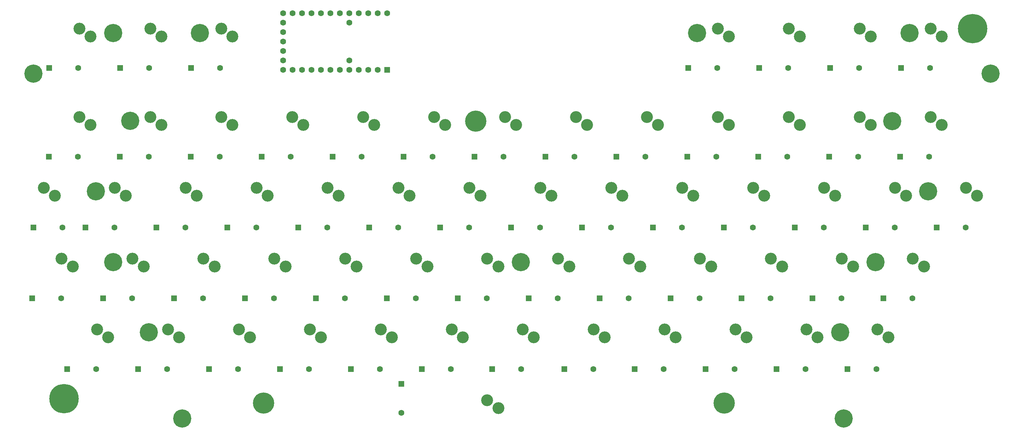
<source format=gts>
%TF.GenerationSoftware,KiCad,Pcbnew,5.1.9-1.fc33*%
%TF.CreationDate,2021-02-28T14:37:16-05:00*%
%TF.ProjectId,3m_whisper,336d5f77-6869-4737-9065-722e6b696361,rev?*%
%TF.SameCoordinates,Original*%
%TF.FileFunction,Soldermask,Top*%
%TF.FilePolarity,Negative*%
%FSLAX46Y46*%
G04 Gerber Fmt 4.6, Leading zero omitted, Abs format (unit mm)*
G04 Created by KiCad (PCBNEW 5.1.9-1.fc33) date 2021-02-28 14:37:16*
%MOMM*%
%LPD*%
G01*
G04 APERTURE LIST*
%ADD10C,4.900000*%
%ADD11C,5.700000*%
%ADD12C,7.900000*%
%ADD13C,1.600000*%
%ADD14R,1.600000X1.600000*%
%ADD15C,3.200000*%
G04 APERTURE END LIST*
D10*
%TO.C,REF\u002A\u002A*%
X329850500Y-165618500D03*
%TD*%
%TO.C,REF\u002A\u002A*%
X152150500Y-165618500D03*
%TD*%
%TO.C,REF\u002A\u002A*%
X328850500Y-142418500D03*
%TD*%
%TO.C,REF\u002A\u002A*%
X338350500Y-123518500D03*
%TD*%
%TO.C,REF\u002A\u002A*%
X133650500Y-123518500D03*
%TD*%
%TO.C,REF\u002A\u002A*%
X128950500Y-104518500D03*
%TD*%
%TO.C,REF\u002A\u002A*%
X143250500Y-142418500D03*
%TD*%
%TO.C,REF\u002A\u002A*%
X243150500Y-123518500D03*
%TD*%
%TO.C,REF\u002A\u002A*%
X352550500Y-104518500D03*
%TD*%
%TO.C,REF\u002A\u002A*%
X342850500Y-85618500D03*
%TD*%
%TO.C,REF\u002A\u002A*%
X138250500Y-85518500D03*
%TD*%
%TO.C,REF\u002A\u002A*%
X112250500Y-72818500D03*
%TD*%
%TO.C,REF\u002A\u002A*%
X369250500Y-72818500D03*
%TD*%
%TO.C,REF\u002A\u002A*%
X347550500Y-61918500D03*
%TD*%
%TO.C,REF\u002A\u002A*%
X290450500Y-61918500D03*
%TD*%
%TO.C,REF\u002A\u002A*%
X156950500Y-61918500D03*
%TD*%
%TO.C,REF\u002A\u002A*%
X133650500Y-61918500D03*
%TD*%
D11*
%TO.C,REF\u002A\u002A*%
X297750500Y-161518500D03*
%TD*%
%TO.C,REF\u002A\u002A*%
X231050500Y-85618500D03*
%TD*%
%TO.C,REF\u002A\u002A*%
X174050500Y-161518500D03*
%TD*%
D12*
%TO.C,REF\u002A\u002A*%
X364450500Y-60718500D03*
%TD*%
%TO.C,REF\u002A\u002A*%
X120450500Y-160318500D03*
%TD*%
D13*
%TO.C,D1*%
X124138500Y-95186500D03*
D14*
X116338500Y-95186500D03*
%TD*%
%TO.C,D2*%
X135388500Y-95186500D03*
D13*
X143188500Y-95186500D03*
%TD*%
%TO.C,D3*%
X162238500Y-95186500D03*
D14*
X154438500Y-95186500D03*
%TD*%
%TO.C,D4*%
X173488500Y-95186500D03*
D13*
X181288500Y-95186500D03*
%TD*%
%TO.C,D5*%
X200338500Y-95186500D03*
D14*
X192538500Y-95186500D03*
%TD*%
%TO.C,D6*%
X211588500Y-95186500D03*
D13*
X219388500Y-95186500D03*
%TD*%
%TO.C,D7*%
X238438500Y-95186500D03*
D14*
X230638500Y-95186500D03*
%TD*%
%TO.C,D8*%
X249688500Y-95186500D03*
D13*
X257488500Y-95186500D03*
%TD*%
%TO.C,D9*%
X276538500Y-95186500D03*
D14*
X268738500Y-95186500D03*
%TD*%
%TO.C,D10*%
X287788500Y-95186500D03*
D13*
X295588500Y-95186500D03*
%TD*%
%TO.C,D11*%
X314638500Y-95186500D03*
D14*
X306838500Y-95186500D03*
%TD*%
%TO.C,D12*%
X325888500Y-95186500D03*
D13*
X333688500Y-95186500D03*
%TD*%
%TO.C,D13*%
X352738500Y-95186500D03*
D14*
X344938500Y-95186500D03*
%TD*%
%TO.C,D14*%
X112204500Y-114236500D03*
D13*
X120004500Y-114236500D03*
%TD*%
D14*
%TO.C,D15*%
X126174500Y-114236500D03*
D13*
X133974500Y-114236500D03*
%TD*%
%TO.C,D16*%
X153024500Y-114236500D03*
D14*
X145224500Y-114236500D03*
%TD*%
%TO.C,D17*%
X164274500Y-114236500D03*
D13*
X172074500Y-114236500D03*
%TD*%
%TO.C,D18*%
X191124500Y-114236500D03*
D14*
X183324500Y-114236500D03*
%TD*%
%TO.C,D19*%
X202374500Y-114236500D03*
D13*
X210174500Y-114236500D03*
%TD*%
%TO.C,D20*%
X229224500Y-114236500D03*
D14*
X221424500Y-114236500D03*
%TD*%
%TO.C,D21*%
X240474500Y-114236500D03*
D13*
X248274500Y-114236500D03*
%TD*%
%TO.C,D22*%
X267324500Y-114236500D03*
D14*
X259524500Y-114236500D03*
%TD*%
%TO.C,D23*%
X278574500Y-114236500D03*
D13*
X286374500Y-114236500D03*
%TD*%
%TO.C,D24*%
X305424500Y-114236500D03*
D14*
X297624500Y-114236500D03*
%TD*%
%TO.C,D25*%
X316674500Y-114236500D03*
D13*
X324474500Y-114236500D03*
%TD*%
%TO.C,D26*%
X343524500Y-114236500D03*
D14*
X335724500Y-114236500D03*
%TD*%
%TO.C,D27*%
X111860500Y-133286500D03*
D13*
X119660500Y-133286500D03*
%TD*%
%TO.C,D28*%
X138710500Y-133286500D03*
D14*
X130910500Y-133286500D03*
%TD*%
%TO.C,D29*%
X149960500Y-133286500D03*
D13*
X157760500Y-133286500D03*
%TD*%
%TO.C,D30*%
X176810500Y-133286500D03*
D14*
X169010500Y-133286500D03*
%TD*%
D13*
%TO.C,D31*%
X195860500Y-133286500D03*
D14*
X188060500Y-133286500D03*
%TD*%
%TO.C,D32*%
X207110500Y-133286500D03*
D13*
X214910500Y-133286500D03*
%TD*%
D14*
%TO.C,D33*%
X226160500Y-133286500D03*
D13*
X233960500Y-133286500D03*
%TD*%
%TO.C,D34*%
X253010500Y-133286500D03*
D14*
X245210500Y-133286500D03*
%TD*%
%TO.C,D35*%
X264260500Y-133286500D03*
D13*
X272060500Y-133286500D03*
%TD*%
%TO.C,D36*%
X291110500Y-133286500D03*
D14*
X283310500Y-133286500D03*
%TD*%
%TO.C,D37*%
X302360500Y-133286500D03*
D13*
X310160500Y-133286500D03*
%TD*%
%TO.C,D38*%
X329210500Y-133286500D03*
D14*
X321410500Y-133286500D03*
%TD*%
%TO.C,D39*%
X340460500Y-133286500D03*
D13*
X348260500Y-133286500D03*
%TD*%
%TO.C,D40*%
X129058500Y-152336500D03*
D14*
X121258500Y-152336500D03*
%TD*%
%TO.C,D41*%
X140308500Y-152336500D03*
D13*
X148108500Y-152336500D03*
%TD*%
%TO.C,D42*%
X167158500Y-152336500D03*
D14*
X159358500Y-152336500D03*
%TD*%
%TO.C,D43*%
X178408500Y-152336500D03*
D13*
X186208500Y-152336500D03*
%TD*%
%TO.C,D44*%
X205258500Y-152336500D03*
D14*
X197458500Y-152336500D03*
%TD*%
D13*
%TO.C,D45*%
X224308500Y-152336500D03*
D14*
X216508500Y-152336500D03*
%TD*%
D13*
%TO.C,D46*%
X211010500Y-164110500D03*
D14*
X211010500Y-156310500D03*
%TD*%
%TO.C,D47*%
X235394500Y-152336500D03*
D13*
X243194500Y-152336500D03*
%TD*%
%TO.C,D48*%
X262572500Y-152336500D03*
D14*
X254772500Y-152336500D03*
%TD*%
%TO.C,D49*%
X273658500Y-152336500D03*
D13*
X281458500Y-152336500D03*
%TD*%
%TO.C,D50*%
X300508500Y-152336500D03*
D14*
X292708500Y-152336500D03*
%TD*%
%TO.C,D51*%
X311758500Y-152336500D03*
D13*
X319558500Y-152336500D03*
%TD*%
%TO.C,D52*%
X338608500Y-152336500D03*
D14*
X330808500Y-152336500D03*
%TD*%
%TO.C,D53*%
X116432500Y-71310500D03*
D13*
X124232500Y-71310500D03*
%TD*%
%TO.C,D54*%
X143282500Y-71310500D03*
D14*
X135482500Y-71310500D03*
%TD*%
%TO.C,D55*%
X154532500Y-71310500D03*
D13*
X162332500Y-71310500D03*
%TD*%
D14*
%TO.C,D56*%
X288042500Y-71310500D03*
D13*
X295842500Y-71310500D03*
%TD*%
%TO.C,D57*%
X314892500Y-71310500D03*
D14*
X307092500Y-71310500D03*
%TD*%
%TO.C,D58*%
X326142500Y-71310500D03*
D13*
X333942500Y-71310500D03*
%TD*%
%TO.C,D59*%
X352992500Y-71310500D03*
D14*
X345192500Y-71310500D03*
%TD*%
%TO.C,D60*%
X354774500Y-114236500D03*
D13*
X362574500Y-114236500D03*
%TD*%
D15*
%TO.C,K1*%
X124553500Y-84553000D03*
X127533500Y-86643000D03*
%TD*%
%TO.C,K2*%
X143603500Y-84553000D03*
X146583500Y-86643000D03*
%TD*%
%TO.C,K3*%
X165633500Y-86643000D03*
X162653500Y-84553000D03*
%TD*%
%TO.C,K4*%
X181703500Y-84553000D03*
X184683500Y-86643000D03*
%TD*%
%TO.C,K5*%
X200753500Y-84553000D03*
X203733500Y-86643000D03*
%TD*%
%TO.C,K6*%
X219803500Y-84553000D03*
X222783500Y-86643000D03*
%TD*%
%TO.C,K7*%
X241833500Y-86643000D03*
X238853500Y-84553000D03*
%TD*%
%TO.C,K8*%
X260883500Y-86643000D03*
X257903500Y-84553000D03*
%TD*%
%TO.C,K9*%
X279933500Y-86643000D03*
X276953500Y-84553000D03*
%TD*%
%TO.C,K10*%
X298983500Y-86643000D03*
X296003500Y-84553000D03*
%TD*%
%TO.C,K11*%
X318033500Y-86643000D03*
X315053500Y-84553000D03*
%TD*%
%TO.C,K12*%
X337083500Y-86643000D03*
X334103500Y-84553000D03*
%TD*%
%TO.C,K13*%
X356133500Y-86643000D03*
X353153500Y-84553000D03*
%TD*%
%TO.C,K14*%
X115028500Y-103603000D03*
X118008500Y-105693000D03*
%TD*%
%TO.C,K15*%
X134078500Y-103603000D03*
X137058500Y-105693000D03*
%TD*%
%TO.C,K16*%
X156108500Y-105693000D03*
X153128500Y-103603000D03*
%TD*%
%TO.C,K17*%
X175158500Y-105693000D03*
X172178500Y-103603000D03*
%TD*%
%TO.C,K18*%
X194208500Y-105693000D03*
X191228500Y-103603000D03*
%TD*%
%TO.C,K19*%
X210278500Y-103603000D03*
X213258500Y-105693000D03*
%TD*%
%TO.C,K20*%
X232308500Y-105693000D03*
X229328500Y-103603000D03*
%TD*%
%TO.C,K21*%
X251358500Y-105693000D03*
X248378500Y-103603000D03*
%TD*%
%TO.C,K22*%
X270408500Y-105693000D03*
X267428500Y-103603000D03*
%TD*%
%TO.C,K23*%
X286478500Y-103603000D03*
X289458500Y-105693000D03*
%TD*%
%TO.C,K24*%
X308508500Y-105693000D03*
X305528500Y-103603000D03*
%TD*%
%TO.C,K25*%
X324578500Y-103603000D03*
X327558500Y-105693000D03*
%TD*%
%TO.C,K26*%
X346608500Y-105693000D03*
X343628500Y-103603000D03*
%TD*%
%TO.C,K27*%
X122771000Y-124743000D03*
X119791000Y-122653000D03*
%TD*%
%TO.C,K28*%
X141821000Y-124743000D03*
X138841000Y-122653000D03*
%TD*%
%TO.C,K29*%
X157891000Y-122653000D03*
X160871000Y-124743000D03*
%TD*%
%TO.C,K30*%
X179921000Y-124743000D03*
X176941000Y-122653000D03*
%TD*%
%TO.C,K31*%
X195991000Y-122653000D03*
X198971000Y-124743000D03*
%TD*%
%TO.C,K32*%
X218021000Y-124743000D03*
X215041000Y-122653000D03*
%TD*%
%TO.C,K33*%
X234091000Y-122653000D03*
X237071000Y-124743000D03*
%TD*%
%TO.C,K34*%
X256121000Y-124743000D03*
X253141000Y-122653000D03*
%TD*%
%TO.C,K35*%
X272191000Y-122653000D03*
X275171000Y-124743000D03*
%TD*%
%TO.C,K36*%
X291241000Y-122653000D03*
X294221000Y-124743000D03*
%TD*%
%TO.C,K37*%
X313271000Y-124743000D03*
X310291000Y-122653000D03*
%TD*%
%TO.C,K38*%
X329341000Y-122653000D03*
X332321000Y-124743000D03*
%TD*%
%TO.C,K39*%
X348391000Y-122653000D03*
X351371000Y-124743000D03*
%TD*%
%TO.C,K40*%
X129316000Y-141703000D03*
X132296000Y-143793000D03*
%TD*%
%TO.C,K41*%
X151346000Y-143793000D03*
X148366000Y-141703000D03*
%TD*%
%TO.C,K42*%
X170396000Y-143793000D03*
X167416000Y-141703000D03*
%TD*%
%TO.C,K43*%
X186466000Y-141703000D03*
X189446000Y-143793000D03*
%TD*%
%TO.C,K44*%
X208496000Y-143793000D03*
X205516000Y-141703000D03*
%TD*%
%TO.C,K45*%
X224566000Y-141703000D03*
X227546000Y-143793000D03*
%TD*%
%TO.C,K46*%
X234091000Y-160753000D03*
X237071000Y-162843000D03*
%TD*%
%TO.C,K47*%
X246596000Y-143793000D03*
X243616000Y-141703000D03*
%TD*%
%TO.C,K48*%
X262666000Y-141703000D03*
X265646000Y-143793000D03*
%TD*%
%TO.C,K49*%
X284696000Y-143793000D03*
X281716000Y-141703000D03*
%TD*%
%TO.C,K50*%
X300766000Y-141703000D03*
X303746000Y-143793000D03*
%TD*%
%TO.C,K51*%
X322796000Y-143793000D03*
X319816000Y-141703000D03*
%TD*%
%TO.C,K52*%
X338866000Y-141703000D03*
X341846000Y-143793000D03*
%TD*%
%TO.C,K53*%
X127533500Y-62830500D03*
X124553500Y-60740500D03*
%TD*%
%TO.C,K54*%
X146583500Y-62830500D03*
X143603500Y-60740500D03*
%TD*%
%TO.C,K55*%
X162653500Y-60740500D03*
X165633500Y-62830500D03*
%TD*%
%TO.C,K56*%
X296003500Y-60740500D03*
X298983500Y-62830500D03*
%TD*%
%TO.C,K57*%
X315053500Y-60740500D03*
X318033500Y-62830500D03*
%TD*%
%TO.C,K58*%
X334103500Y-60740500D03*
X337083500Y-62830500D03*
%TD*%
%TO.C,K59*%
X353153500Y-60740500D03*
X356133500Y-62830500D03*
%TD*%
%TO.C,K60*%
X362678500Y-103603000D03*
X365658500Y-105693000D03*
%TD*%
D13*
%TO.C,U1*%
X197040500Y-59118500D03*
X197040500Y-69278500D03*
X207200500Y-56578500D03*
X204660500Y-56578500D03*
X202120500Y-56578500D03*
X199580500Y-56578500D03*
X197040500Y-56578500D03*
X194500500Y-56578500D03*
X191960500Y-56578500D03*
X189420500Y-56578500D03*
X186880500Y-56578500D03*
X184340500Y-56578500D03*
X181800500Y-56578500D03*
X179260500Y-56578500D03*
X179260500Y-59118500D03*
X179260500Y-61658500D03*
X179260500Y-66738500D03*
X179260500Y-69278500D03*
X179260500Y-71818500D03*
X181800500Y-71818500D03*
X184340500Y-71818500D03*
X186880500Y-71818500D03*
X189420500Y-71818500D03*
X191960500Y-71818500D03*
X194500500Y-71818500D03*
X197040500Y-71818500D03*
X199580500Y-71818500D03*
X202120500Y-71818500D03*
X204660500Y-71818500D03*
D14*
X207200500Y-71818500D03*
D13*
X179260500Y-64198500D03*
%TD*%
M02*

</source>
